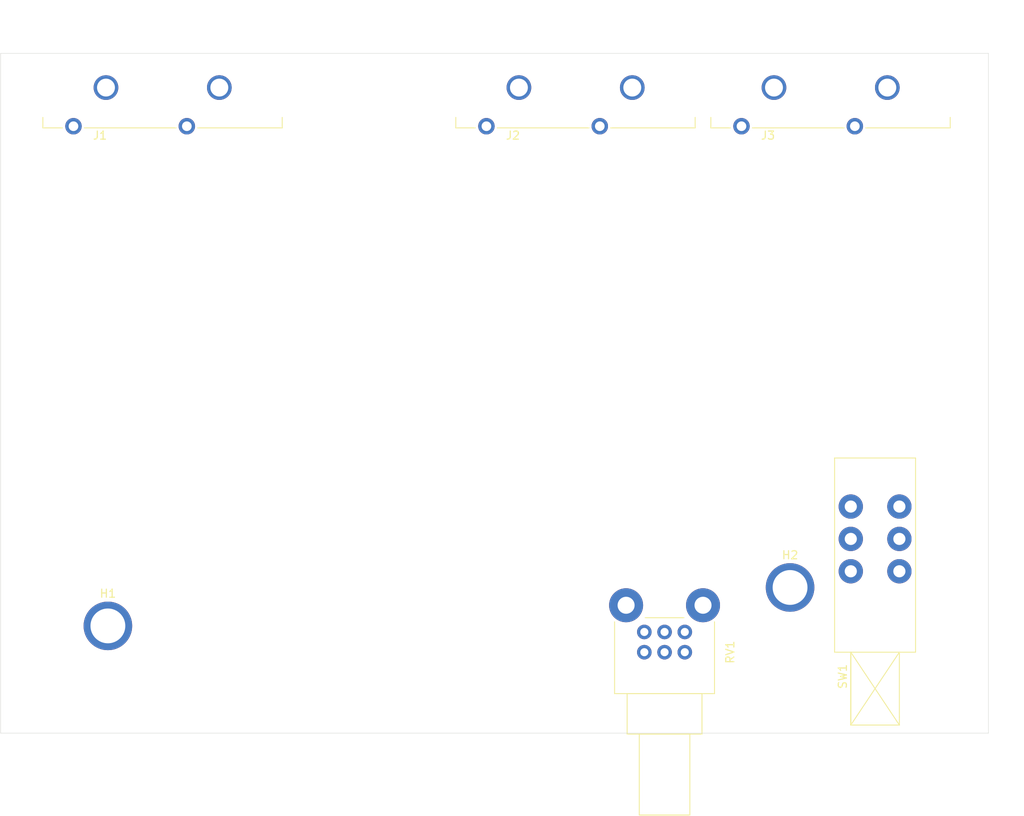
<source format=kicad_pcb>
(kicad_pcb (version 20171130) (host pcbnew "(5.1.5)-3")

  (general
    (thickness 1.6)
    (drawings 9)
    (tracks 0)
    (zones 0)
    (modules 7)
    (nets 27)
  )

  (page A4)
  (title_block
    (title "Sys Project Template")
    (date 2020-05-05)
    (rev 0.0)
    (company "Philipp Schilk")
    (comment 1 "No Affiliation with Schiit Audio Products")
    (comment 2 https://www.schiit.com/products/sys)
    (comment 3 "For Documentation See: https://github.com/TheSchilk/SYS_ProjectTemplate")
    (comment 4 "Project Template for a custom PCB fitting the SYS Passive Preamp enclosure.")
  )

  (layers
    (0 F.Cu signal)
    (31 B.Cu signal)
    (32 B.Adhes user)
    (33 F.Adhes user)
    (34 B.Paste user)
    (35 F.Paste user)
    (36 B.SilkS user)
    (37 F.SilkS user)
    (38 B.Mask user)
    (39 F.Mask user)
    (40 Dwgs.User user)
    (41 Cmts.User user)
    (42 Eco1.User user)
    (43 Eco2.User user)
    (44 Edge.Cuts user)
    (45 Margin user)
    (46 B.CrtYd user)
    (47 F.CrtYd user)
    (48 B.Fab user)
    (49 F.Fab user)
  )

  (setup
    (last_trace_width 0.25)
    (trace_clearance 0.2)
    (zone_clearance 0.508)
    (zone_45_only no)
    (trace_min 0.2)
    (via_size 0.8)
    (via_drill 0.4)
    (via_min_size 0.4)
    (via_min_drill 0.3)
    (uvia_size 0.3)
    (uvia_drill 0.1)
    (uvias_allowed no)
    (uvia_min_size 0.2)
    (uvia_min_drill 0.1)
    (edge_width 0.05)
    (segment_width 0.2)
    (pcb_text_width 0.3)
    (pcb_text_size 1.5 1.5)
    (mod_edge_width 0.12)
    (mod_text_size 1 1)
    (mod_text_width 0.15)
    (pad_size 1.524 1.524)
    (pad_drill 0.762)
    (pad_to_mask_clearance 0.051)
    (solder_mask_min_width 0.25)
    (aux_axis_origin 0 0)
    (visible_elements 7FFFFFFF)
    (pcbplotparams
      (layerselection 0x010fc_ffffffff)
      (usegerberextensions false)
      (usegerberattributes false)
      (usegerberadvancedattributes false)
      (creategerberjobfile false)
      (excludeedgelayer true)
      (linewidth 0.100000)
      (plotframeref false)
      (viasonmask false)
      (mode 1)
      (useauxorigin false)
      (hpglpennumber 1)
      (hpglpenspeed 20)
      (hpglpendiameter 15.000000)
      (psnegative false)
      (psa4output false)
      (plotreference true)
      (plotvalue true)
      (plotinvisibletext false)
      (padsonsilk false)
      (subtractmaskfromsilk false)
      (outputformat 1)
      (mirror false)
      (drillshape 1)
      (scaleselection 1)
      (outputdirectory ""))
  )

  (net 0 "")
  (net 1 "Net-(H1-Pad1)")
  (net 2 "Net-(H2-Pad1)")
  (net 3 "Net-(J1-Pad2)")
  (net 4 "Net-(J1-Pad4)")
  (net 5 "Net-(J1-Pad1)")
  (net 6 "Net-(J1-Pad3)")
  (net 7 "Net-(J2-Pad3)")
  (net 8 "Net-(J2-Pad1)")
  (net 9 "Net-(J2-Pad4)")
  (net 10 "Net-(J2-Pad2)")
  (net 11 "Net-(J3-Pad2)")
  (net 12 "Net-(J3-Pad4)")
  (net 13 "Net-(J3-Pad1)")
  (net 14 "Net-(J3-Pad3)")
  (net 15 "Net-(RV1-Pad3)")
  (net 16 "Net-(RV1-Pad2)")
  (net 17 "Net-(RV1-Pad1)")
  (net 18 "Net-(RV1-Pad6)")
  (net 19 "Net-(RV1-Pad5)")
  (net 20 "Net-(RV1-Pad4)")
  (net 21 "Net-(SW1-Pad1)")
  (net 22 "Net-(SW1-Pad2)")
  (net 23 "Net-(SW1-Pad3)")
  (net 24 "Net-(SW1-Pad4)")
  (net 25 "Net-(SW1-Pad5)")
  (net 26 "Net-(SW1-Pad6)")

  (net_class Default "This is the default net class."
    (clearance 0.2)
    (trace_width 0.25)
    (via_dia 0.8)
    (via_drill 0.4)
    (uvia_dia 0.3)
    (uvia_drill 0.1)
    (add_net "Net-(H1-Pad1)")
    (add_net "Net-(H2-Pad1)")
    (add_net "Net-(J1-Pad1)")
    (add_net "Net-(J1-Pad2)")
    (add_net "Net-(J1-Pad3)")
    (add_net "Net-(J1-Pad4)")
    (add_net "Net-(J2-Pad1)")
    (add_net "Net-(J2-Pad2)")
    (add_net "Net-(J2-Pad3)")
    (add_net "Net-(J2-Pad4)")
    (add_net "Net-(J3-Pad1)")
    (add_net "Net-(J3-Pad2)")
    (add_net "Net-(J3-Pad3)")
    (add_net "Net-(J3-Pad4)")
    (add_net "Net-(RV1-Pad1)")
    (add_net "Net-(RV1-Pad2)")
    (add_net "Net-(RV1-Pad3)")
    (add_net "Net-(RV1-Pad4)")
    (add_net "Net-(RV1-Pad5)")
    (add_net "Net-(RV1-Pad6)")
    (add_net "Net-(SW1-Pad1)")
    (add_net "Net-(SW1-Pad2)")
    (add_net "Net-(SW1-Pad3)")
    (add_net "Net-(SW1-Pad4)")
    (add_net "Net-(SW1-Pad5)")
    (add_net "Net-(SW1-Pad6)")
  )

  (module MountingHole_4.3mm_M4_ReducedSize:MountingHole_4.3mm_M4_Pad_Via locked (layer F.Cu) (tedit 5EB10B60) (tstamp 5EB15CBA)
    (at 175.5 129.5)
    (descr "Mounting Hole 4.3mm, M4")
    (tags "mounting hole 4.3mm m4")
    (path /5EA901B0)
    (attr virtual)
    (fp_text reference H2 (at 0 -4) (layer F.SilkS)
      (effects (font (size 1 1) (thickness 0.15)))
    )
    (fp_text value MountingHole_Pad (at 0 5.3) (layer F.Fab)
      (effects (font (size 1 1) (thickness 0.15)))
    )
    (fp_circle (center 0 0) (end 3.2 0) (layer F.CrtYd) (width 0.05))
    (fp_circle (center 0 0) (end 3.3 0) (layer Cmts.User) (width 0.15))
    (fp_text user %R (at 0.3 0) (layer F.Fab)
      (effects (font (size 1 1) (thickness 0.15)))
    )
    (pad 1 thru_hole circle (at 0 0) (size 6 6) (drill 4.3) (layers *.Cu *.Mask)
      (net 2 "Net-(H2-Pad1)"))
  )

  (module MountingHole_4.3mm_M4_ReducedSize:MountingHole_4.3mm_M4_Pad_Via locked (layer F.Cu) (tedit 5EB10B60) (tstamp 5EB15CAA)
    (at 91.25 134.25)
    (descr "Mounting Hole 4.3mm, M4")
    (tags "mounting hole 4.3mm m4")
    (path /5EA8F5E6)
    (attr virtual)
    (fp_text reference H1 (at 0 -4) (layer F.SilkS)
      (effects (font (size 1 1) (thickness 0.15)))
    )
    (fp_text value MountingHole_Pad (at 0 5.3) (layer F.Fab)
      (effects (font (size 1 1) (thickness 0.15)))
    )
    (fp_circle (center 0 0) (end 3.2 0) (layer F.CrtYd) (width 0.05))
    (fp_circle (center 0 0) (end 3.3 0) (layer Cmts.User) (width 0.15))
    (fp_text user %R (at 0.3 0) (layer F.Fab)
      (effects (font (size 1 1) (thickness 0.15)))
    )
    (pad 1 thru_hole circle (at 0 0) (size 6 6) (drill 4.3) (layers *.Cu *.Mask)
      (net 1 "Net-(H1-Pad1)"))
  )

  (module RCA_KobiCon_161-4220-E:RCA_KobiCon_161-4220-E locked (layer F.Cu) (tedit 5E7A57AA) (tstamp 5EB15CD1)
    (at 96.93141 65.56579)
    (path /5EA83FB0)
    (fp_text reference J1 (at -6.6548 8.0772) (layer F.SilkS)
      (effects (font (size 1 1) (thickness 0.15)))
    )
    (fp_text value RCA_OUT (at 1.8034 4.953) (layer F.Fab)
      (effects (font (size 1 1) (thickness 0.15)))
    )
    (fp_line (start -11.6332 -3.3528) (end 13.7668 -3.3528) (layer F.Fab) (width 0.12))
    (fp_line (start -13.716 -2.0828) (end -13.716 -3.3528) (layer F.Fab) (width 0.12))
    (fp_line (start -13.716 -3.3528) (end -11.6332 -3.3528) (layer F.Fab) (width 0.12))
    (fp_line (start 15.8496 1.9812) (end 15.8496 -3.3528) (layer F.Fab) (width 0.12))
    (fp_line (start 15.8496 -3.3528) (end 13.7668 -3.3528) (layer F.Fab) (width 0.12))
    (fp_line (start -13.716 -2.0828) (end -13.716 7.1374) (layer F.Fab) (width 0.12))
    (fp_line (start -13.716 7.1374) (end 15.8496 7.1374) (layer F.Fab) (width 0.12))
    (fp_line (start 15.8496 7.1374) (end 15.8496 1.9812) (layer F.Fab) (width 0.12))
    (fp_line (start -13.716 5.842) (end -13.716 7.1374) (layer F.SilkS) (width 0.12))
    (fp_line (start -13.716 7.1374) (end -11.303 7.1374) (layer F.SilkS) (width 0.12))
    (fp_line (start -8.5852 7.1374) (end 2.7432 7.1374) (layer F.SilkS) (width 0.12))
    (fp_line (start 5.4102 7.1374) (end 15.8496 7.1374) (layer F.SilkS) (width 0.12))
    (fp_line (start 15.8496 7.1374) (end 15.8496 5.842) (layer F.SilkS) (width 0.12))
    (pad "" np_thru_hole oval (at -11.6332 2.159) (size 2.1082 3.81) (drill oval 2.1082 3.81) (layers *.Cu *.Mask))
    (pad "" np_thru_hole oval (at 13.77141 2.159) (size 2.1082 3.81) (drill oval 2.1082 3.81) (layers *.Cu *.Mask))
    (pad 2 thru_hole circle (at -9.93141 6.93421) (size 2.032 2.032) (drill 1.1938) (layers *.Cu *.Mask)
      (net 3 "Net-(J1-Pad2)"))
    (pad 4 thru_hole circle (at 4.06859 6.93421) (size 2.032 2.032) (drill 1.1938) (layers *.Cu *.Mask)
      (net 4 "Net-(J1-Pad4)"))
    (pad 1 thru_hole circle (at -5.9182 2.159) (size 3.048 3.048) (drill 2.2098) (layers *.Cu *.Mask)
      (net 5 "Net-(J1-Pad1)"))
    (pad 3 thru_hole circle (at 8.0818 2.159) (size 3.048 3.048) (drill 2.2098) (layers *.Cu *.Mask)
      (net 6 "Net-(J1-Pad3)"))
  )

  (module RCA_KobiCon_161-4220-E:RCA_KobiCon_161-4220-E locked (layer F.Cu) (tedit 5E7A57AA) (tstamp 5EB15CE8)
    (at 147.93141 65.56579)
    (path /5EA85FD5)
    (fp_text reference J2 (at -6.6548 8.0772) (layer F.SilkS)
      (effects (font (size 1 1) (thickness 0.15)))
    )
    (fp_text value RCA_In2 (at 1.8034 4.953) (layer F.Fab)
      (effects (font (size 1 1) (thickness 0.15)))
    )
    (fp_line (start 15.8496 7.1374) (end 15.8496 5.842) (layer F.SilkS) (width 0.12))
    (fp_line (start 5.4102 7.1374) (end 15.8496 7.1374) (layer F.SilkS) (width 0.12))
    (fp_line (start -8.5852 7.1374) (end 2.7432 7.1374) (layer F.SilkS) (width 0.12))
    (fp_line (start -13.716 7.1374) (end -11.303 7.1374) (layer F.SilkS) (width 0.12))
    (fp_line (start -13.716 5.842) (end -13.716 7.1374) (layer F.SilkS) (width 0.12))
    (fp_line (start 15.8496 7.1374) (end 15.8496 1.9812) (layer F.Fab) (width 0.12))
    (fp_line (start -13.716 7.1374) (end 15.8496 7.1374) (layer F.Fab) (width 0.12))
    (fp_line (start -13.716 -2.0828) (end -13.716 7.1374) (layer F.Fab) (width 0.12))
    (fp_line (start 15.8496 -3.3528) (end 13.7668 -3.3528) (layer F.Fab) (width 0.12))
    (fp_line (start 15.8496 1.9812) (end 15.8496 -3.3528) (layer F.Fab) (width 0.12))
    (fp_line (start -13.716 -3.3528) (end -11.6332 -3.3528) (layer F.Fab) (width 0.12))
    (fp_line (start -13.716 -2.0828) (end -13.716 -3.3528) (layer F.Fab) (width 0.12))
    (fp_line (start -11.6332 -3.3528) (end 13.7668 -3.3528) (layer F.Fab) (width 0.12))
    (pad 3 thru_hole circle (at 8.0818 2.159) (size 3.048 3.048) (drill 2.2098) (layers *.Cu *.Mask)
      (net 7 "Net-(J2-Pad3)"))
    (pad 1 thru_hole circle (at -5.9182 2.159) (size 3.048 3.048) (drill 2.2098) (layers *.Cu *.Mask)
      (net 8 "Net-(J2-Pad1)"))
    (pad 4 thru_hole circle (at 4.06859 6.93421) (size 2.032 2.032) (drill 1.1938) (layers *.Cu *.Mask)
      (net 9 "Net-(J2-Pad4)"))
    (pad 2 thru_hole circle (at -9.93141 6.93421) (size 2.032 2.032) (drill 1.1938) (layers *.Cu *.Mask)
      (net 10 "Net-(J2-Pad2)"))
    (pad "" np_thru_hole oval (at 13.77141 2.159) (size 2.1082 3.81) (drill oval 2.1082 3.81) (layers *.Cu *.Mask))
    (pad "" np_thru_hole oval (at -11.6332 2.159) (size 2.1082 3.81) (drill oval 2.1082 3.81) (layers *.Cu *.Mask))
  )

  (module RCA_KobiCon_161-4220-E:RCA_KobiCon_161-4220-E locked (layer F.Cu) (tedit 5E7A57AA) (tstamp 5EB15CFF)
    (at 179.43141 65.56579)
    (path /5EA86F6A)
    (fp_text reference J3 (at -6.6548 8.0772) (layer F.SilkS)
      (effects (font (size 1 1) (thickness 0.15)))
    )
    (fp_text value RCA_In1 (at 1.8034 4.953) (layer F.Fab)
      (effects (font (size 1 1) (thickness 0.15)))
    )
    (fp_line (start -11.6332 -3.3528) (end 13.7668 -3.3528) (layer F.Fab) (width 0.12))
    (fp_line (start -13.716 -2.0828) (end -13.716 -3.3528) (layer F.Fab) (width 0.12))
    (fp_line (start -13.716 -3.3528) (end -11.6332 -3.3528) (layer F.Fab) (width 0.12))
    (fp_line (start 15.8496 1.9812) (end 15.8496 -3.3528) (layer F.Fab) (width 0.12))
    (fp_line (start 15.8496 -3.3528) (end 13.7668 -3.3528) (layer F.Fab) (width 0.12))
    (fp_line (start -13.716 -2.0828) (end -13.716 7.1374) (layer F.Fab) (width 0.12))
    (fp_line (start -13.716 7.1374) (end 15.8496 7.1374) (layer F.Fab) (width 0.12))
    (fp_line (start 15.8496 7.1374) (end 15.8496 1.9812) (layer F.Fab) (width 0.12))
    (fp_line (start -13.716 5.842) (end -13.716 7.1374) (layer F.SilkS) (width 0.12))
    (fp_line (start -13.716 7.1374) (end -11.303 7.1374) (layer F.SilkS) (width 0.12))
    (fp_line (start -8.5852 7.1374) (end 2.7432 7.1374) (layer F.SilkS) (width 0.12))
    (fp_line (start 5.4102 7.1374) (end 15.8496 7.1374) (layer F.SilkS) (width 0.12))
    (fp_line (start 15.8496 7.1374) (end 15.8496 5.842) (layer F.SilkS) (width 0.12))
    (pad "" np_thru_hole oval (at -11.6332 2.159) (size 2.1082 3.81) (drill oval 2.1082 3.81) (layers *.Cu *.Mask))
    (pad "" np_thru_hole oval (at 13.77141 2.159) (size 2.1082 3.81) (drill oval 2.1082 3.81) (layers *.Cu *.Mask))
    (pad 2 thru_hole circle (at -9.93141 6.93421) (size 2.032 2.032) (drill 1.1938) (layers *.Cu *.Mask)
      (net 11 "Net-(J3-Pad2)"))
    (pad 4 thru_hole circle (at 4.06859 6.93421) (size 2.032 2.032) (drill 1.1938) (layers *.Cu *.Mask)
      (net 12 "Net-(J3-Pad4)"))
    (pad 1 thru_hole circle (at -5.9182 2.159) (size 3.048 3.048) (drill 2.2098) (layers *.Cu *.Mask)
      (net 13 "Net-(J3-Pad1)"))
    (pad 3 thru_hole circle (at 8.0818 2.159) (size 3.048 3.048) (drill 2.2098) (layers *.Cu *.Mask)
      (net 14 "Net-(J3-Pad3)"))
  )

  (module Potentiometer_THT:Potentiometer_Alps_RK09L_Double_Horizontal locked (layer F.Cu) (tedit 5A3D4993) (tstamp 5EB15D28)
    (at 157.5 137.5 270)
    (descr "Potentiometer, horizontal, Alps RK09L Double, http://www.alps.com/prod/info/E/HTML/Potentiometer/RotaryPotentiometers/RK09L/RK09L_list.html")
    (tags "Potentiometer horizontal Alps RK09L Double")
    (path /5EA8C373)
    (fp_text reference RV1 (at 0 -10.6 90) (layer F.SilkS)
      (effects (font (size 1 1) (thickness 0.15)))
    )
    (fp_text value R_POT_Dual (at 0 5.6 90) (layer F.Fab)
      (effects (font (size 1 1) (thickness 0.15)))
    )
    (fp_line (start -4.14 -8.55) (end -4.14 3.55) (layer F.Fab) (width 0.1))
    (fp_line (start -4.14 3.55) (end 5 3.55) (layer F.Fab) (width 0.1))
    (fp_line (start 5 3.55) (end 5 -8.55) (layer F.Fab) (width 0.1))
    (fp_line (start 5 -8.55) (end -4.14 -8.55) (layer F.Fab) (width 0.1))
    (fp_line (start 5 -7) (end 5 2) (layer F.Fab) (width 0.1))
    (fp_line (start 5 2) (end 10 2) (layer F.Fab) (width 0.1))
    (fp_line (start 10 2) (end 10 -7) (layer F.Fab) (width 0.1))
    (fp_line (start 10 -7) (end 5 -7) (layer F.Fab) (width 0.1))
    (fp_line (start 10 -5.5) (end 10 0.5) (layer F.Fab) (width 0.1))
    (fp_line (start 10 0.5) (end 20 0.5) (layer F.Fab) (width 0.1))
    (fp_line (start 20 0.5) (end 20 -5.5) (layer F.Fab) (width 0.1))
    (fp_line (start 20 -5.5) (end 10 -5.5) (layer F.Fab) (width 0.1))
    (fp_line (start -3.759 -8.67) (end 5.12 -8.67) (layer F.SilkS) (width 0.12))
    (fp_line (start -3.759 3.67) (end 5.12 3.67) (layer F.SilkS) (width 0.12))
    (fp_line (start -4.261 -4.894) (end -4.261 -0.105) (layer F.SilkS) (width 0.12))
    (fp_line (start 5.12 -8.67) (end 5.12 3.67) (layer F.SilkS) (width 0.12))
    (fp_line (start 5.12 -7.12) (end 10.12 -7.12) (layer F.SilkS) (width 0.12))
    (fp_line (start 5.12 2.12) (end 10.12 2.12) (layer F.SilkS) (width 0.12))
    (fp_line (start 5.12 -7.12) (end 5.12 2.12) (layer F.SilkS) (width 0.12))
    (fp_line (start 10.12 -7.12) (end 10.12 2.12) (layer F.SilkS) (width 0.12))
    (fp_line (start 10.12 -5.62) (end 20.12 -5.62) (layer F.SilkS) (width 0.12))
    (fp_line (start 10.12 0.62) (end 20.12 0.62) (layer F.SilkS) (width 0.12))
    (fp_line (start 10.12 -5.62) (end 10.12 0.62) (layer F.SilkS) (width 0.12))
    (fp_line (start 20.12 -5.62) (end 20.12 0.62) (layer F.SilkS) (width 0.12))
    (fp_line (start -8.15 -9.6) (end -8.15 4.6) (layer F.CrtYd) (width 0.05))
    (fp_line (start -8.15 4.6) (end 20.25 4.6) (layer F.CrtYd) (width 0.05))
    (fp_line (start 20.25 4.6) (end 20.25 -9.6) (layer F.CrtYd) (width 0.05))
    (fp_line (start 20.25 -9.6) (end -8.15 -9.6) (layer F.CrtYd) (width 0.05))
    (fp_text user %R (at 0.43 -2.5 90) (layer F.Fab)
      (effects (font (size 1 1) (thickness 0.15)))
    )
    (pad 3 thru_hole circle (at 0 -5 270) (size 1.8 1.8) (drill 1) (layers *.Cu *.Mask)
      (net 15 "Net-(RV1-Pad3)"))
    (pad 2 thru_hole circle (at 0 -2.5 270) (size 1.8 1.8) (drill 1) (layers *.Cu *.Mask)
      (net 16 "Net-(RV1-Pad2)"))
    (pad 1 thru_hole circle (at 0 0 270) (size 1.8 1.8) (drill 1) (layers *.Cu *.Mask)
      (net 17 "Net-(RV1-Pad1)"))
    (pad 6 thru_hole circle (at -2.5 -5 270) (size 1.8 1.8) (drill 1) (layers *.Cu *.Mask)
      (net 18 "Net-(RV1-Pad6)"))
    (pad 5 thru_hole circle (at -2.5 -2.5 270) (size 1.8 1.8) (drill 1) (layers *.Cu *.Mask)
      (net 19 "Net-(RV1-Pad5)"))
    (pad 4 thru_hole circle (at -2.5 0 270) (size 1.8 1.8) (drill 1) (layers *.Cu *.Mask)
      (net 20 "Net-(RV1-Pad4)"))
    (pad "" thru_hole circle (at -5.8 -7.25 270) (size 4.2 4.2) (drill 2.1) (layers *.Cu *.Mask))
    (pad "" thru_hole circle (at -5.8 2.25 270) (size 4.2 4.2) (drill 2.1) (layers *.Cu *.Mask))
    (model ${KISYS3DMOD}/Potentiometer_THT.3dshapes/Potentiometer_Alps_RK09L_Double_Horizontal.wrl
      (at (xyz 0 0 0))
      (scale (xyz 1 1 1))
      (rotate (xyz 0 0 0))
    )
  )

  (module ALPS_SPUN191400:ALPS_SPUN191400 locked (layer F.Cu) (tedit 5EB02E5A) (tstamp 5EB15D47)
    (at 186 123.5 270)
    (path /5EA8AB71)
    (fp_text reference SW1 (at 17 4 90) (layer F.SilkS)
      (effects (font (size 1 1) (thickness 0.15)))
    )
    (fp_text value SW_Push_DPDT (at 1 0.5 90) (layer F.Fab)
      (effects (font (size 1 1) (thickness 0.15)))
    )
    (fp_line (start -10 0) (end -10 -5) (layer F.CrtYd) (width 0.12))
    (fp_line (start -10 0) (end -10 5) (layer F.CrtYd) (width 0.12))
    (fp_line (start -10 5) (end 13 5) (layer F.CrtYd) (width 0.12))
    (fp_line (start 13 5) (end 14 5) (layer F.CrtYd) (width 0.12))
    (fp_line (start 14 5) (end 14 3) (layer F.CrtYd) (width 0.12))
    (fp_line (start 14 -3) (end 14 -5) (layer F.CrtYd) (width 0.12))
    (fp_line (start 14 -5) (end -10 -5) (layer F.CrtYd) (width 0.12))
    (fp_line (start 14 3) (end 23 3) (layer F.CrtYd) (width 0.12))
    (fp_line (start 23 3) (end 23 -3) (layer F.CrtYd) (width 0.12))
    (fp_line (start 23 -3) (end 14 -3) (layer F.CrtYd) (width 0.12))
    (fp_line (start -10 5) (end 14 5) (layer F.SilkS) (width 0.12))
    (fp_line (start 14 5) (end 14 -5) (layer F.SilkS) (width 0.12))
    (fp_line (start 14 -5) (end -10 -5) (layer F.SilkS) (width 0.12))
    (fp_line (start -10 -5) (end -10 5) (layer F.SilkS) (width 0.12))
    (fp_line (start 14 3) (end 23 3) (layer F.SilkS) (width 0.12))
    (fp_line (start 22 -3) (end 14 -3) (layer F.SilkS) (width 0.12))
    (fp_line (start 23 -3) (end 23 3) (layer F.SilkS) (width 0.12))
    (fp_line (start 23 -3) (end 22 -3) (layer F.SilkS) (width 0.12))
    (fp_line (start 14 -3) (end 23 3) (layer F.SilkS) (width 0.12))
    (fp_line (start 23 3) (end 14 3) (layer F.SilkS) (width 0.12))
    (fp_line (start 14 3) (end 23 -3) (layer F.SilkS) (width 0.12))
    (pad 1 thru_hole circle (at -4 3 270) (size 3 3) (drill 1.5) (layers *.Cu *.Mask)
      (net 21 "Net-(SW1-Pad1)"))
    (pad 2 thru_hole circle (at 0 3 270) (size 3 3) (drill 1.5) (layers *.Cu *.Mask)
      (net 22 "Net-(SW1-Pad2)"))
    (pad 3 thru_hole circle (at 4 3 270) (size 3 3) (drill 1.5) (layers *.Cu *.Mask)
      (net 23 "Net-(SW1-Pad3)"))
    (pad 4 thru_hole circle (at 4 -3 270) (size 3 3) (drill 1.5) (layers *.Cu *.Mask)
      (net 24 "Net-(SW1-Pad4)"))
    (pad 5 thru_hole circle (at 0 -3 270) (size 3 3) (drill 1.5) (layers *.Cu *.Mask)
      (net 25 "Net-(SW1-Pad5)"))
    (pad 6 thru_hole circle (at -4 -3 270) (size 3 3) (drill 1.5) (layers *.Cu *.Mask)
      (net 26 "Net-(SW1-Pad6)"))
  )

  (gr_text "RCA In 1" (at 180.5 57.75) (layer F.Fab) (tstamp 5EB1384F)
    (effects (font (size 1 1) (thickness 0.15)))
  )
  (gr_text "RCA In 2" (at 148.75 57.75) (layer F.Fab) (tstamp 5EB1383E)
    (effects (font (size 1 1) (thickness 0.15)))
  )
  (gr_text "RCA Output" (at 97.5 59) (layer F.Fab)
    (effects (font (size 1 1) (thickness 0.15)))
  )
  (dimension 84 (width 0.15) (layer Dwgs.User)
    (gr_text "84.000 mm" (at 200.45 105.5 270) (layer Dwgs.User)
      (effects (font (size 1 1) (thickness 0.15)))
    )
    (feature1 (pts (xy 201.75 147.5) (xy 201.163579 147.5)))
    (feature2 (pts (xy 201.75 63.5) (xy 201.163579 63.5)))
    (crossbar (pts (xy 201.75 63.5) (xy 201.75 147.5)))
    (arrow1a (pts (xy 201.75 147.5) (xy 201.163579 146.373496)))
    (arrow1b (pts (xy 201.75 147.5) (xy 202.336421 146.373496)))
    (arrow2a (pts (xy 201.75 63.5) (xy 201.163579 64.626504)))
    (arrow2b (pts (xy 201.75 63.5) (xy 202.336421 64.626504)))
  )
  (dimension 122 (width 0.15) (layer Dwgs.User)
    (gr_text "122.000 mm" (at 139 62.8) (layer Dwgs.User)
      (effects (font (size 1 1) (thickness 0.15)))
    )
    (feature1 (pts (xy 200 61.5) (xy 200 62.086421)))
    (feature2 (pts (xy 78 61.5) (xy 78 62.086421)))
    (crossbar (pts (xy 78 61.5) (xy 200 61.5)))
    (arrow1a (pts (xy 200 61.5) (xy 198.873496 62.086421)))
    (arrow1b (pts (xy 200 61.5) (xy 198.873496 60.913579)))
    (arrow2a (pts (xy 78 61.5) (xy 79.126504 62.086421)))
    (arrow2b (pts (xy 78 61.5) (xy 79.126504 60.913579)))
  )
  (gr_line (start 78 147.5) (end 200 147.5) (layer Edge.Cuts) (width 0.05) (tstamp 5EB15A9F))
  (gr_line (start 78 63.5) (end 78 147.5) (layer Edge.Cuts) (width 0.05))
  (gr_line (start 200 63.5) (end 78 63.5) (layer Edge.Cuts) (width 0.05))
  (gr_line (start 200 147.5) (end 200 63.5) (layer Edge.Cuts) (width 0.05) (tstamp 5EB15AA5))

)

</source>
